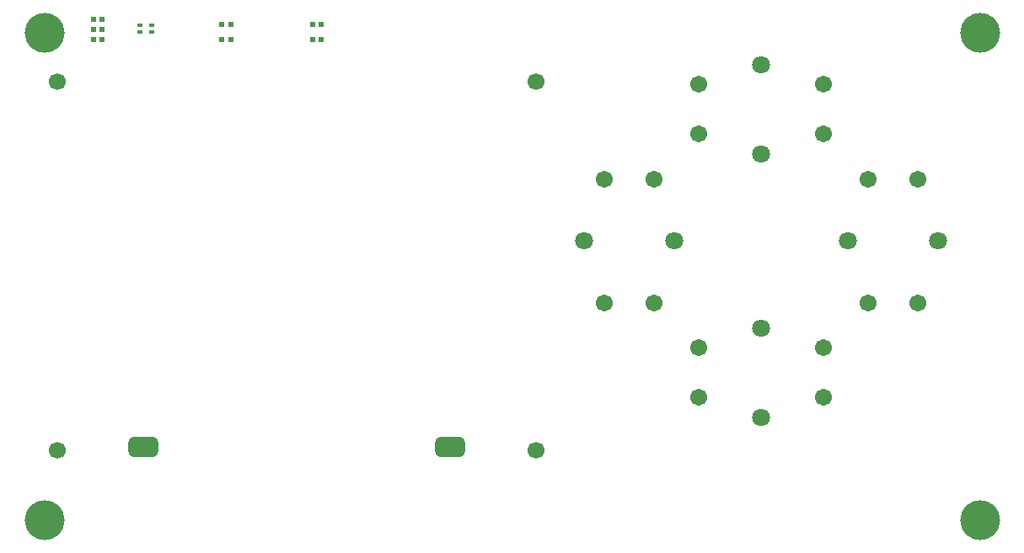
<source format=gbr>
%TF.GenerationSoftware,Altium Limited,Altium Designer,22.5.1 (42)*%
G04 Layer_Color=255*
%FSLAX45Y45*%
%MOMM*%
%TF.SameCoordinates,ADDB7551-072C-4BAF-947E-D85C9ED3ECA7*%
%TF.FilePolarity,Positive*%
%TF.FileFunction,Pads,Top*%
%TF.Part,Single*%
G01*
G75*
%TA.AperFunction,SMDPad,CuDef*%
%ADD10R,0.56566X0.54000*%
%ADD11R,0.50000X0.40000*%
%TA.AperFunction,ComponentPad*%
G04:AMPARAMS|DCode=14|XSize=3mm|YSize=2mm|CornerRadius=0.5mm|HoleSize=0mm|Usage=FLASHONLY|Rotation=0.000|XOffset=0mm|YOffset=0mm|HoleType=Round|Shape=RoundedRectangle|*
%AMROUNDEDRECTD14*
21,1,3.00000,1.00000,0,0,0.0*
21,1,2.00000,2.00000,0,0,0.0*
1,1,1.00000,1.00000,-0.50000*
1,1,1.00000,-1.00000,-0.50000*
1,1,1.00000,-1.00000,0.50000*
1,1,1.00000,1.00000,0.50000*
%
%ADD14ROUNDEDRECTD14*%
%ADD15C,1.70000*%
%ADD16C,1.70790*%
%ADD17C,1.80000*%
%TA.AperFunction,ViaPad*%
%ADD18C,4.00000*%
D10*
X2992018Y5283200D02*
D03*
X3078582D02*
D03*
Y5130800D02*
D03*
X2992018D02*
D03*
X881482D02*
D03*
X794918D02*
D03*
X881482Y5232400D02*
D03*
X794918D02*
D03*
X881482Y5334000D02*
D03*
X794918D02*
D03*
X2085137Y5130800D02*
D03*
X2171700D02*
D03*
Y5283200D02*
D03*
X2085137D02*
D03*
D11*
X1380795Y5280101D02*
D03*
Y5210099D02*
D03*
X1260805D02*
D03*
Y5280101D02*
D03*
D14*
X4376700Y1037737D02*
D03*
X1296700D02*
D03*
D15*
X5241700Y1002737D02*
D03*
Y4712737D02*
D03*
X431700Y1002737D02*
D03*
Y4712737D02*
D03*
D16*
X6874600Y2030600D02*
D03*
Y1530600D02*
D03*
X8124600D02*
D03*
Y2030600D02*
D03*
X5924600Y2480600D02*
D03*
X6424600D02*
D03*
Y3730600D02*
D03*
X5924600D02*
D03*
X8574600Y2480600D02*
D03*
X9074600D02*
D03*
Y3730600D02*
D03*
X8574600D02*
D03*
X6874600Y4680600D02*
D03*
Y4180600D02*
D03*
X8124600D02*
D03*
Y4680600D02*
D03*
D17*
X7499600Y2230600D02*
D03*
Y1330600D02*
D03*
X5724600Y3105600D02*
D03*
X6624600D02*
D03*
X8374600D02*
D03*
X9274600D02*
D03*
X7499600Y4880600D02*
D03*
Y3980600D02*
D03*
D18*
X300000Y300000D02*
D03*
X9700000D02*
D03*
Y5200000D02*
D03*
X300000D02*
D03*
%TF.MD5,a352b97b2d35cb8c8d22a9683ef980c1*%
M02*

</source>
